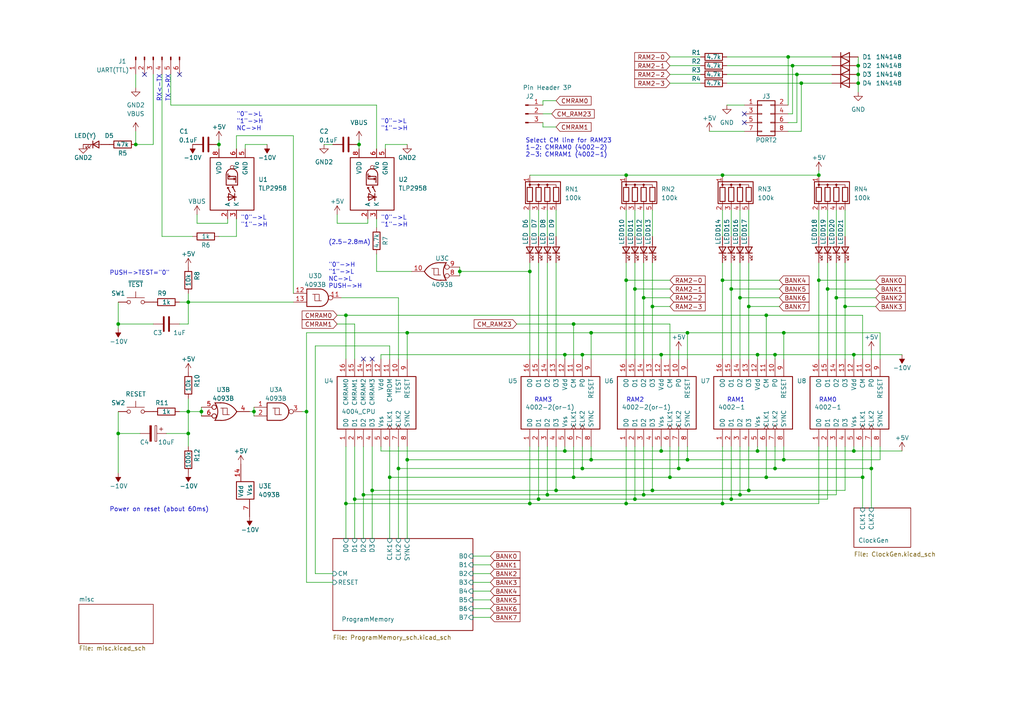
<source format=kicad_sch>
(kicad_sch (version 20230121) (generator eeschema)
  (paper "A4")
  (title_block (title "MSC-4 test board (test4004)") (date "2023-04-05") (rev "2.1") (company "MukaiLab") (comment 1 "The second version for making PCB"))
  (lib_symbols
    (symbol "000_MyLibrary:1N4148" (pin_numbers hide) (pin_names hide)
      (property "Reference" "D" (at 0 2.54 0))
      (property "Value" "1N4148" (at 0 -2.54 0))
      (symbol "1N4148_1_1"
        (pin passive line (at -3.81 0 0) (length 2.54) (name "K") (number "1"))
        (pin passive line (at 3.81 0 180) (length 2.54) (name "A") (number "2"))
      )
    )
    (symbol "000_MyLibrary:4002_RAM"
      (property "Reference" "U" (at -6.35 13.97 0))
      (property "Value" "4002_RAM" (at 0 11.43 0))
      (symbol "4002_RAM_1_0"
        (pin bidirectional line (at -12.7 7.62 0) (length 5.08) (name "D0") (number "1"))
        (pin input line (at 12.7 -7.62 180) (length 5.08) (name "P0") (number "10"))
        (pin input line (at 12.7 -5.08 180) (length 5.08) (name "CM") (number "11"))
        (pin power_in line (at 12.7 -2.54 180) (length 5.08) (name "Vdd") (number "12"))
        (pin output line (at 12.7 0 180) (length 5.08) (name "O3") (number "13"))
        (pin output line (at 12.7 2.54 180) (length 5.08) (name "O2") (number "14"))
        (pin output line (at 12.7 5.08 180) (length 5.08) (name "O1") (number "15"))
        (pin output line (at 12.7 7.62 180) (length 5.08) (name "O0") (number "16"))
        (pin bidirectional line (at -12.7 5.08 0) (length 5.08) (name "D1") (number "2"))
        (pin bidirectional line (at -12.7 2.54 0) (length 5.08) (name "D2") (number "3"))
        (pin bidirectional line (at -12.7 0 0) (length 5.08) (name "D3") (number "4"))
        (pin power_in line (at -12.7 -2.54 0) (length 5.08) (name "Vss") (number "5"))
        (pin input clock (at -12.7 -5.08 0) (length 5.08) (name "CLK1") (number "6"))
        (pin input clock (at -12.7 -7.62 0) (length 5.08) (name "CLK2") (number "7"))
        (pin input line (at -12.7 -10.16 0) (length 5.08) (name "SYNC") (number "8"))
        (pin input line (at 12.7 -10.16 180) (length 5.08) (name "RESET") (number "9"))
      )
    )
    (symbol "000_MyLibrary:4004_CPU"
      (property "Reference" "U" (at -7.62 13.97 0))
      (property "Value" "4004_CPU" (at 0 11.43 0))
      (symbol "4004_CPU_1_0"
        (pin bidirectional line (at -12.7 7.62 0) (length 5.08) (name "D0") (number "1"))
        (pin input line (at 12.7 -7.62 180) (length 5.08) (name "TEST") (number "10"))
        (pin output line (at 12.7 -5.08 180) (length 5.08) (name "CMROM") (number "11"))
        (pin power_in line (at 12.7 -2.54 180) (length 5.08) (name "Vdd") (number "12"))
        (pin output line (at 12.7 0 180) (length 5.08) (name "CMRAM3") (number "13"))
        (pin output line (at 12.7 2.54 180) (length 5.08) (name "CMRAM2") (number "14"))
        (pin output line (at 12.7 5.08 180) (length 5.08) (name "CMRAM1") (number "15"))
        (pin output line (at 12.7 7.62 180) (length 5.08) (name "CMRAM0") (number "16"))
        (pin bidirectional line (at -12.7 5.08 0) (length 5.08) (name "D1") (number "2"))
        (pin bidirectional line (at -12.7 2.54 0) (length 5.08) (name "D2") (number "3"))
        (pin bidirectional line (at -12.7 0 0) (length 5.08) (name "D3") (number "4"))
        (pin power_in line (at -12.7 -2.54 0) (length 5.08) (name "Vss") (number "5"))
        (pin input clock (at -12.7 -5.08 0) (length 5.08) (name "CLK1") (number "6"))
        (pin input clock (at -12.7 -7.62 0) (length 5.08) (name "CLK2") (number "7"))
        (pin output line (at -12.7 -10.16 0) (length 5.08) (name "SYNC") (number "8"))
        (pin input line (at 12.7 -10.16 180) (length 5.08) (name "RESET") (number "9"))
      )
    )
    (symbol "000_MyLibrary:4093B" (pin_names (offset 1.016))
      (property "Reference" "U" (at -1.27 6.35 0))
      (property "Value" "4093B" (at 1.27 3.81 0))
      (symbol "4093B_1_1"
        (pin input line (at -7.62 1.27 0) (length 3.81) (name "~") (number "1"))
        (pin input line (at -7.62 -1.27 0) (length 3.81) (name "~") (number "2"))
        (pin output inverted (at 6.35 0 180) (length 3.81) (name "~") (number "3"))
      )
      (symbol "4093B_1_2"
        (pin input inverted (at -7.62 1.27 0) (length 4.318) (name "~") (number "1"))
        (pin input inverted (at -7.62 -1.27 0) (length 4.318) (name "~") (number "2"))
        (pin output line (at 6.35 0 180) (length 3.81) (name "~") (number "3"))
      )
      (symbol "4093B_2_1"
        (pin output inverted (at 6.35 0 180) (length 3.81) (name "~") (number "4"))
        (pin input line (at -7.62 1.27 0) (length 3.81) (name "~") (number "5"))
        (pin input line (at -7.62 -1.27 0) (length 3.81) (name "~") (number "6"))
      )
      (symbol "4093B_2_2"
        (pin output line (at 6.35 0 180) (length 3.81) (name "~") (number "4"))
        (pin input inverted (at -7.62 1.27 0) (length 4.318) (name "~") (number "5"))
        (pin input inverted (at -7.62 -1.27 0) (length 4.318) (name "~") (number "6"))
      )
      (symbol "4093B_3_1"
        (pin output inverted (at 6.35 0 180) (length 3.81) (name "~") (number "10"))
        (pin input line (at -7.62 1.27 0) (length 3.81) (name "~") (number "8"))
        (pin input line (at -7.62 -1.27 0) (length 3.81) (name "~") (number "9"))
      )
      (symbol "4093B_3_2"
        (pin output line (at 6.35 0 180) (length 3.81) (name "~") (number "10"))
        (pin input inverted (at -7.62 1.27 0) (length 4.318) (name "~") (number "8"))
        (pin input inverted (at -7.62 -1.27 0) (length 4.318) (name "~") (number "9"))
      )
      (symbol "4093B_4_1"
        (pin output inverted (at 6.35 0 180) (length 3.81) (name "~") (number "11"))
        (pin input line (at -7.62 1.27 0) (length 3.81) (name "~") (number "12"))
        (pin input line (at -7.62 -1.27 0) (length 3.81) (name "~") (number "13"))
      )
      (symbol "4093B_4_2"
        (pin output line (at 6.35 0 180) (length 3.81) (name "~") (number "11"))
        (pin input inverted (at -7.62 1.27 0) (length 4.318) (name "~") (number "12"))
        (pin input inverted (at -7.62 -1.27 0) (length 4.318) (name "~") (number "13"))
      )
      (symbol "4093B_5_0"
        (pin power_in line (at -1.27 7.62 270) (length 5.08) (name "Vdd") (number "14"))
        (pin power_in line (at 1.27 -7.62 90) (length 5.08) (name "Vss") (number "7"))
      )
    )
    (symbol "000_MyLibrary:C" (pin_numbers hide) (pin_names (offset 0.254))
      (property "Reference" "C" (at 0.635 2.54 0))
      (property "Value" "C" (at 0.635 -2.54 0))
      (symbol "C_1_1"
        (pin passive line (at 0 3.81 270) (length 2.794) (name "~") (number "1"))
        (pin passive line (at 0 -3.81 90) (length 2.794) (name "~") (number "2"))
      )
    )
    (symbol "000_MyLibrary:C_Polarized" (pin_numbers hide) (pin_names (offset 0.254))
      (property "Reference" "C" (at 0.635 2.54 0))
      (property "Value" "C_Polarized" (at 0.635 -2.54 0))
      (symbol "C_Polarized_1_1"
        (pin passive line (at 0 3.81 270) (length 2.794) (name "~") (number "1"))
        (pin passive line (at 0 -3.81 90) (length 2.794) (name "~") (number "2"))
      )
    )
    (symbol "000_MyLibrary:Conn_01x03_Male" (pin_names (offset 1.016) hide)
      (property "Reference" "J" (at 0 5.08 0))
      (property "Value" "Conn_01x03_Male" (at 0 -5.08 0))
      (symbol "Conn_01x03_Male_1_1"
        (pin passive line (at 5.08 2.54 180) (length 3.81) (name "Pin_1") (number "1"))
        (pin passive line (at 5.08 0 180) (length 3.81) (name "Pin_2") (number "2"))
        (pin passive line (at 5.08 -2.54 180) (length 3.81) (name "Pin_3") (number "3"))
      )
    )
    (symbol "000_MyLibrary:Conn_01x06_Pin" (pin_names (offset 1.016) hide)
      (property "Reference" "J" (at 0 7.62 0))
      (property "Value" "Conn_01x06_Pin" (at 0 -10.16 0))
      (symbol "Conn_01x06_Pin_1_1"
        (pin passive line (at 5.08 5.08 180) (length 3.81) (name "Pin_1") (number "1"))
        (pin passive line (at 5.08 2.54 180) (length 3.81) (name "Pin_2") (number "2"))
        (pin passive line (at 5.08 0 180) (length 3.81) (name "Pin_3") (number "3"))
        (pin passive line (at 5.08 -2.54 180) (length 3.81) (name "Pin_4") (number "4"))
        (pin passive line (at 5.08 -5.08 180) (length 3.81) (name "Pin_5") (number "5"))
        (pin passive line (at 5.08 -7.62 180) (length 3.81) (name "Pin_6") (number "6"))
      )
    )
    (symbol "000_MyLibrary:Conn_02x04_Odd_Even" (pin_names (offset 1.016) hide)
      (property "Reference" "J" (at 1.27 5.08 0))
      (property "Value" "Conn_02x04_Odd_Even" (at 1.27 -7.62 0))
      (symbol "Conn_02x04_Odd_Even_1_1"
        (pin passive line (at -5.08 2.54 0) (length 3.81) (name "Pin_1") (number "1"))
        (pin passive line (at 7.62 2.54 180) (length 3.81) (name "Pin_2") (number "2"))
        (pin passive line (at -5.08 0 0) (length 3.81) (name "Pin_3") (number "3"))
        (pin passive line (at 7.62 0 180) (length 3.81) (name "Pin_4") (number "4"))
        (pin passive line (at -5.08 -2.54 0) (length 3.81) (name "Pin_5") (number "5"))
        (pin passive line (at 7.62 -2.54 180) (length 3.81) (name "Pin_6") (number "6"))
        (pin passive line (at -5.08 -5.08 0) (length 3.81) (name "Pin_7") (number "7"))
        (pin passive line (at 7.62 -5.08 180) (length 3.81) (name "Pin_8") (number "8"))
      )
    )
    (symbol "000_MyLibrary:LED" (pin_numbers hide) (pin_names (offset 1.016) hide)
      (property "Reference" "D" (at 0.254 2.54 0))
      (property "Value" "LED" (at 0.254 -2.54 0))
      (symbol "LED_1_1"
        (pin passive line (at -3.81 0 0) (length 2.54) (name "K") (number "1"))
        (pin passive line (at 3.81 0 180) (length 2.54) (name "A") (number "2"))
      )
    )
    (symbol "000_MyLibrary:R" (pin_numbers hide) (pin_names (offset 0))
      (property "Reference" "R" (at 2.032 0 90))
      (property "Value" "R" (at 0 0 90))
      (symbol "R_1_1"
        (pin passive line (at 0 3.81 270) (length 1.27) (name "~") (number "1"))
        (pin passive line (at 0 -3.81 90) (length 1.27) (name "~") (number "2"))
      )
    )
    (symbol "000_MyLibrary:R_Network04" (pin_names (offset 0) hide)
      (property "Reference" "RN" (at -7.62 0 90))
      (property "Value" "R_Network04" (at 5.08 0 90))
      (symbol "R_Network04_1_1"
        (pin passive line (at -5.08 5.08 270) (length 2.54) (name "common") (number "1"))
        (pin passive line (at -5.08 -5.08 90) (length 1.27) (name "R1") (number "2"))
        (pin passive line (at -2.54 -5.08 90) (length 1.27) (name "R2") (number "3"))
        (pin passive line (at 0 -5.08 90) (length 1.27) (name "R3") (number "4"))
        (pin passive line (at 2.54 -5.08 90) (length 1.27) (name "R4") (number "5"))
      )
    )
    (symbol "000_MyLibrary:SW_Push" (pin_numbers hide) (pin_names (offset 1.016) hide)
      (property "Reference" "SW" (at 1.27 2.54 0))
      (property "Value" "SW_Push" (at 0 -1.524 0))
      (symbol "SW_Push_0_1"
        (pin passive line (at -5.08 0 0) (length 2.54) (name "1") (number "1"))
        (pin passive line (at 5.08 0 180) (length 2.54) (name "2") (number "2"))
      )
    )
    (symbol "000_MyLibrary:TLP2958" (pin_names (offset 1.016))
      (property "Reference" "U" (at -6.35 8.89 0))
      (property "Value" "TLP2958" (at 3.81 8.89 0))
      (symbol "TLP2958_1_1"
        (pin no_connect line (at -10.16 5.08 0) (length 2.54) hide (name "NC") (number "1"))
        (pin passive line (at -10.16 2.54 0) (length 2.54) (name "A") (number "2"))
        (pin passive line (at -10.16 0 0) (length 2.54) (name "K") (number "3"))
        (pin no_connect line (at -10.16 -2.54 0) (length 2.54) hide (name "NC") (number "4"))
        (pin power_in line (at 10.16 -2.54 180) (length 2.54) (name "GND") (number "5"))
        (pin output line (at 10.16 0 180) (length 2.54) (name "Vo") (number "6"))
        (pin no_connect line (at 10.16 2.54 180) (length 2.54) hide (name "NC") (number "7"))
        (pin power_in line (at 10.16 5.08 180) (length 2.54) (name "VDD") (number "8"))
      )
    )
    (symbol "power:+5V" (power) (pin_names (offset 0))
      (property "Value" "+5V" (at 0 3.556 0))
      (symbol "+5V_1_1"
        (pin power_in line (at 0 0 90) (length 0) hide (name "+5V") (number "1"))
      )
    )
    (symbol "power:-10V" (power) (pin_names (offset 0))
      (property "Value" "-10V" (at 0 3.81 0))
      (symbol "-10V_0_0"
        (pin power_in line (at 0 0 90) (length 0) hide (name "-10V") (number "1"))
      )
    )
    (symbol "power:GND" (power) (pin_names (offset 0))
      (property "Value" "GND" (at 0 -3.81 0))
      (symbol "GND_1_1"
        (pin power_in line (at 0 0 270) (length 0) hide (name "GND") (number "1"))
      )
    )
    (symbol "power:GND2" (power) (pin_names (offset 0))
      (property "Value" "GND2" (at 0 -3.81 0))
      (symbol "GND2_1_1"
        (pin power_in line (at 0 0 270) (length 0) hide (name "GND2") (number "1"))
      )
    )
    (symbol "power:VBUS" (power) (pin_names (offset 0))
      (property "Value" "VBUS" (at 0 3.81 0))
      (symbol "VBUS_1_1"
        (pin power_in line (at 0 0 90) (length 0) hide (name "VBUS") (number "1"))
      )
    )
  )
  (junction (at 224.79 102.87))
  (junction (at 168.91 102.87))
  (junction (at 250.19 138.43))
  (junction (at 247.65 102.87))
  (junction (at 54.61 87.63))
  (junction (at 163.83 130.81))
  (junction (at 171.45 96.52))
  (junction (at 186.69 86.36))
  (junction (at 166.37 93.98))
  (junction (at 199.39 133.35))
  (junction (at 181.61 50.8))
  (junction (at 107.95 142.24))
  (junction (at 184.15 83.82))
  (junction (at 196.85 135.89))
  (junction (at 240.03 83.82))
  (junction (at 248.92 19.05))
  (junction (at 186.69 143.51))
  (junction (at 113.03 138.43))
  (junction (at 212.09 144.78))
  (junction (at 171.45 133.35))
  (junction (at 245.11 88.9))
  (junction (at 105.41 143.51))
  (junction (at 252.73 135.89))
  (junction (at 228.6 16.51))
  (junction (at 166.37 138.43))
  (junction (at 54.61 125.73))
  (junction (at 88.9 119.38))
  (junction (at 54.61 119.38))
  (junction (at 227.33 96.52))
  (junction (at 100.33 146.05))
  (junction (at 184.15 144.78))
  (junction (at 158.75 143.51))
  (junction (at 242.57 86.36))
  (junction (at 248.92 21.59))
  (junction (at 118.11 133.35))
  (junction (at 219.71 130.81))
  (junction (at 58.42 119.38))
  (junction (at 73.66 119.38))
  (junction (at 217.17 88.9))
  (junction (at 194.31 138.43))
  (junction (at 248.92 24.13))
  (junction (at 102.87 144.78))
  (junction (at 104.14 41.91))
  (junction (at 231.14 21.59))
  (junction (at 222.25 91.44))
  (junction (at 191.77 102.87))
  (junction (at 153.67 78.74))
  (junction (at 209.55 50.8))
  (junction (at 34.29 125.73))
  (junction (at 189.23 88.9))
  (junction (at 168.91 135.89))
  (junction (at 191.77 130.81))
  (junction (at 163.83 102.87))
  (junction (at 153.67 146.05))
  (junction (at 217.17 142.24))
  (junction (at 115.57 135.89))
  (junction (at 156.21 144.78))
  (junction (at 133.35 78.74))
  (junction (at 227.33 133.35))
  (junction (at 219.71 102.87))
  (junction (at 237.49 50.8))
  (junction (at 222.25 138.43))
  (junction (at 161.29 142.24))
  (junction (at 212.09 83.82))
  (junction (at 63.5 41.91))
  (junction (at 229.87 19.05))
  (junction (at 224.79 135.89))
  (junction (at 209.55 81.28))
  (junction (at 232.41 24.13))
  (junction (at 39.37 41.91))
  (junction (at 199.39 96.52))
  (junction (at 100.33 91.44))
  (junction (at 189.23 142.24))
  (junction (at 214.63 143.51))
  (junction (at 118.11 96.52))
  (junction (at 247.65 130.81))
  (junction (at 181.61 146.05))
  (junction (at 237.49 81.28))
  (junction (at 34.29 93.98))
  (junction (at 209.55 146.05))
  (junction (at 214.63 86.36))
  (junction (at 181.61 81.28))
  (no_connect (at 215.9 33.02))
  (no_connect (at 215.9 35.56))
  (no_connect (at 105.41 104.14))
  (no_connect (at 41.91 21.59))
  (no_connect (at 52.07 21.59))
  (no_connect (at 107.95 104.14))
  (wire (pts (xy 184.15 129.54) (xy 184.15 144.78)))
  (wire (pts (xy 106.68 64.77) (xy 106.68 63.5)))
  (wire (pts (xy 184.15 83.82) (xy 184.15 104.14)))
  (wire (pts (xy 161.29 76.2) (xy 161.29 104.14)))
  (wire (pts (xy 209.55 60.96) (xy 209.55 68.58)))
  (wire (pts (xy 107.95 142.24) (xy 161.29 142.24)))
  (wire (pts (xy 229.87 19.05) (xy 241.3 19.05)))
  (wire (pts (xy 224.79 129.54) (xy 224.79 135.89)))
  (wire (pts (xy 113.03 104.14) (xy 113.03 100.33)))
  (wire (pts (xy 191.77 130.81) (xy 219.71 130.81)))
  (wire (pts (xy 242.57 129.54) (xy 242.57 143.51)))
  (wire (pts (xy 181.61 50.8) (xy 209.55 50.8)))
  (wire (pts (xy 111.76 41.91) (xy 118.11 41.91)))
  (wire (pts (xy 194.31 86.36) (xy 186.69 86.36)))
  (wire (pts (xy 214.63 60.96) (xy 214.63 68.58)))
  (wire (pts (xy 107.95 129.54) (xy 107.95 142.24)))
  (wire (pts (xy 214.63 76.2) (xy 214.63 86.36)))
  (wire (pts (xy 109.22 78.74) (xy 119.38 78.74)))
  (wire (pts (xy 250.19 138.43) (xy 250.19 147.32)))
  (wire (pts (xy 212.09 83.82) (xy 226.06 83.82)))
  (wire (pts (xy 137.16 163.83) (xy 142.24 163.83)))
  (wire (pts (xy 237.49 60.96) (xy 237.49 68.58)))
  (wire (pts (xy 115.57 135.89) (xy 115.57 156.21)))
  (wire (pts (xy 237.49 129.54) (xy 237.49 146.05)))
  (wire (pts (xy 228.6 35.56) (xy 231.14 35.56)))
  (wire (pts (xy 247.65 102.87) (xy 261.62 102.87)))
  (wire (pts (xy 166.37 129.54) (xy 166.37 138.43)))
  (wire (pts (xy 237.49 81.28) (xy 237.49 104.14)))
  (wire (pts (xy 57.15 64.77) (xy 66.04 64.77)))
  (wire (pts (xy 196.85 129.54) (xy 196.85 135.89)))
  (wire (pts (xy 110.49 102.87) (xy 110.49 104.14)))
  (wire (pts (xy 99.06 86.36) (xy 115.57 86.36)))
  (wire (pts (xy 58.42 119.38) (xy 58.42 120.65)))
  (wire (pts (xy 118.11 96.52) (xy 171.45 96.52)))
  (wire (pts (xy 166.37 138.43) (xy 194.31 138.43)))
  (wire (pts (xy 68.58 39.37) (xy 68.58 43.18)))
  (wire (pts (xy 109.22 63.5) (xy 109.22 66.04)))
  (wire (pts (xy 191.77 129.54) (xy 191.77 130.81)))
  (wire (pts (xy 133.35 77.47) (xy 133.35 78.74)))
  (wire (pts (xy 161.29 129.54) (xy 161.29 142.24)))
  (wire (pts (xy 85.09 39.37) (xy 85.09 85.09)))
  (wire (pts (xy 240.03 83.82) (xy 240.03 104.14)))
  (wire (pts (xy 96.52 41.91) (xy 93.98 41.91)))
  (wire (pts (xy 88.9 119.38) (xy 88.9 168.91)))
  (wire (pts (xy 222.25 138.43) (xy 250.19 138.43)))
  (wire (pts (xy 240.03 129.54) (xy 240.03 144.78)))
  (wire (pts (xy 153.67 129.54) (xy 153.67 146.05)))
  (wire (pts (xy 153.67 50.8) (xy 181.61 50.8)))
  (wire (pts (xy 153.67 78.74) (xy 153.67 104.14)))
  (wire (pts (xy 168.91 102.87) (xy 168.91 104.14)))
  (wire (pts (xy 194.31 93.98) (xy 194.31 104.14)))
  (wire (pts (xy 34.29 125.73) (xy 40.64 125.73)))
  (wire (pts (xy 137.16 173.99) (xy 142.24 173.99)))
  (wire (pts (xy 209.55 81.28) (xy 226.06 81.28)))
  (wire (pts (xy 240.03 76.2) (xy 240.03 83.82)))
  (wire (pts (xy 54.61 87.63) (xy 85.09 87.63)))
  (wire (pts (xy 203.2 24.13) (xy 194.31 24.13)))
  (wire (pts (xy 52.07 87.63) (xy 54.61 87.63)))
  (wire (pts (xy 137.16 161.29) (xy 142.24 161.29)))
  (wire (pts (xy 34.29 137.16) (xy 34.29 125.73)))
  (wire (pts (xy 157.48 30.48) (xy 157.48 29.21)))
  (wire (pts (xy 73.66 118.11) (xy 73.66 119.38)))
  (wire (pts (xy 109.22 73.66) (xy 109.22 78.74)))
  (wire (pts (xy 68.58 39.37) (xy 85.09 39.37)))
  (wire (pts (xy 252.73 129.54) (xy 252.73 135.89)))
  (wire (pts (xy 133.35 78.74) (xy 153.67 78.74)))
  (wire (pts (xy 212.09 129.54) (xy 212.09 144.78)))
  (wire (pts (xy 137.16 171.45) (xy 142.24 171.45)))
  (wire (pts (xy 153.67 76.2) (xy 153.67 78.74)))
  (wire (pts (xy 217.17 88.9) (xy 226.06 88.9)))
  (wire (pts (xy 68.58 63.5) (xy 68.58 68.58)))
  (wire (pts (xy 149.86 93.98) (xy 166.37 93.98)))
  (wire (pts (xy 109.22 30.48) (xy 109.22 43.18)))
  (wire (pts (xy 58.42 118.11) (xy 58.42 119.38)))
  (wire (pts (xy 250.19 129.54) (xy 250.19 138.43)))
  (wire (pts (xy 100.33 129.54) (xy 100.33 146.05)))
  (wire (pts (xy 250.19 91.44) (xy 222.25 91.44)))
  (wire (pts (xy 203.2 19.05) (xy 194.31 19.05)))
  (wire (pts (xy 72.39 119.38) (xy 73.66 119.38)))
  (wire (pts (xy 158.75 129.54) (xy 158.75 143.51)))
  (wire (pts (xy 168.91 129.54) (xy 168.91 135.89)))
  (wire (pts (xy 100.33 91.44) (xy 222.25 91.44)))
  (wire (pts (xy 153.67 146.05) (xy 181.61 146.05)))
  (wire (pts (xy 97.79 91.44) (xy 100.33 91.44)))
  (wire (pts (xy 181.61 81.28) (xy 194.31 81.28)))
  (wire (pts (xy 224.79 102.87) (xy 224.79 104.14)))
  (wire (pts (xy 199.39 96.52) (xy 199.39 104.14)))
  (wire (pts (xy 229.87 33.02) (xy 229.87 19.05)))
  (wire (pts (xy 189.23 129.54) (xy 189.23 142.24)))
  (wire (pts (xy 196.85 135.89) (xy 224.79 135.89)))
  (wire (pts (xy 166.37 93.98) (xy 194.31 93.98)))
  (wire (pts (xy 171.45 96.52) (xy 199.39 96.52)))
  (wire (pts (xy 203.2 16.51) (xy 194.31 16.51)))
  (wire (pts (xy 210.82 30.48) (xy 215.9 30.48)))
  (wire (pts (xy 217.17 129.54) (xy 217.17 142.24)))
  (wire (pts (xy 39.37 41.91) (xy 44.45 41.91)))
  (wire (pts (xy 184.15 76.2) (xy 184.15 83.82)))
  (wire (pts (xy 186.69 76.2) (xy 186.69 86.36)))
  (wire (pts (xy 54.61 125.73) (xy 54.61 119.38)))
  (wire (pts (xy 158.75 143.51) (xy 186.69 143.51)))
  (wire (pts (xy 219.71 102.87) (xy 219.71 104.14)))
  (wire (pts (xy 240.03 83.82) (xy 254 83.82)))
  (wire (pts (xy 91.44 166.37) (xy 96.52 166.37)))
  (wire (pts (xy 222.25 91.44) (xy 222.25 104.14)))
  (wire (pts (xy 100.33 146.05) (xy 100.33 156.21)))
  (wire (pts (xy 54.61 93.98) (xy 54.61 87.63)))
  (wire (pts (xy 46.99 21.59) (xy 46.99 68.58)))
  (wire (pts (xy 133.35 78.74) (xy 133.35 80.01)))
  (wire (pts (xy 224.79 102.87) (xy 247.65 102.87)))
  (wire (pts (xy 232.41 24.13) (xy 241.3 24.13)))
  (wire (pts (xy 100.33 91.44) (xy 100.33 104.14)))
  (wire (pts (xy 228.6 16.51) (xy 228.6 30.48)))
  (wire (pts (xy 71.12 41.91) (xy 71.12 43.18)))
  (wire (pts (xy 156.21 60.96) (xy 156.21 68.58)))
  (wire (pts (xy 161.29 60.96) (xy 161.29 68.58)))
  (wire (pts (xy 48.26 125.73) (xy 54.61 125.73)))
  (wire (pts (xy 39.37 21.59) (xy 39.37 25.4)))
  (wire (pts (xy 113.03 138.43) (xy 166.37 138.43)))
  (wire (pts (xy 156.21 76.2) (xy 156.21 104.14)))
  (wire (pts (xy 212.09 60.96) (xy 212.09 68.58)))
  (wire (pts (xy 228.6 33.02) (xy 229.87 33.02)))
  (wire (pts (xy 158.75 60.96) (xy 158.75 68.58)))
  (wire (pts (xy 191.77 102.87) (xy 191.77 104.14)))
  (wire (pts (xy 219.71 129.54) (xy 219.71 130.81)))
  (wire (pts (xy 245.11 76.2) (xy 245.11 88.9)))
  (wire (pts (xy 161.29 142.24) (xy 189.23 142.24)))
  (wire (pts (xy 227.33 96.52) (xy 255.27 96.52)))
  (wire (pts (xy 181.61 60.96) (xy 181.61 68.58)))
  (wire (pts (xy 217.17 142.24) (xy 245.11 142.24)))
  (wire (pts (xy 181.61 81.28) (xy 181.61 104.14)))
  (wire (pts (xy 214.63 86.36) (xy 226.06 86.36)))
  (wire (pts (xy 184.15 60.96) (xy 184.15 68.58)))
  (wire (pts (xy 44.45 21.59) (xy 44.45 41.91)))
  (wire (pts (xy 88.9 96.52) (xy 88.9 119.38)))
  (wire (pts (xy 245.11 129.54) (xy 245.11 142.24)))
  (wire (pts (xy 212.09 76.2) (xy 212.09 83.82)))
  (wire (pts (xy 242.57 60.96) (xy 242.57 68.58)))
  (wire (pts (xy 189.23 142.24) (xy 217.17 142.24)))
  (wire (pts (xy 156.21 144.78) (xy 184.15 144.78)))
  (wire (pts (xy 227.33 133.35) (xy 255.27 133.35)))
  (wire (pts (xy 97.79 93.98) (xy 102.87 93.98)))
  (wire (pts (xy 199.39 96.52) (xy 227.33 96.52)))
  (wire (pts (xy 113.03 138.43) (xy 113.03 156.21)))
  (wire (pts (xy 171.45 96.52) (xy 171.45 104.14)))
  (wire (pts (xy 242.57 76.2) (xy 242.57 86.36)))
  (wire (pts (xy 100.33 146.05) (xy 153.67 146.05)))
  (wire (pts (xy 54.61 119.38) (xy 58.42 119.38)))
  (wire (pts (xy 212.09 83.82) (xy 212.09 104.14)))
  (wire (pts (xy 210.82 21.59) (xy 231.14 21.59)))
  (wire (pts (xy 231.14 35.56) (xy 231.14 21.59)))
  (wire (pts (xy 240.03 60.96) (xy 240.03 68.58)))
  (wire (pts (xy 88.9 96.52) (xy 118.11 96.52)))
  (wire (pts (xy 102.87 129.54) (xy 102.87 144.78)))
  (wire (pts (xy 186.69 129.54) (xy 186.69 143.51)))
  (wire (pts (xy 199.39 133.35) (xy 227.33 133.35)))
  (wire (pts (xy 184.15 83.82) (xy 194.31 83.82)))
  (wire (pts (xy 255.27 96.52) (xy 255.27 104.14)))
  (wire (pts (xy 88.9 168.91) (xy 96.52 168.91)))
  (wire (pts (xy 247.65 129.54) (xy 247.65 130.81)))
  (wire (pts (xy 194.31 138.43) (xy 222.25 138.43)))
  (wire (pts (xy 181.61 76.2) (xy 181.61 81.28)))
  (wire (pts (xy 210.82 16.51) (xy 228.6 16.51)))
  (wire (pts (xy 102.87 144.78) (xy 102.87 156.21)))
  (wire (pts (xy 66.04 64.77) (xy 66.04 63.5)))
  (wire (pts (xy 214.63 86.36) (xy 214.63 104.14)))
  (wire (pts (xy 224.79 135.89) (xy 252.73 135.89)))
  (wire (pts (xy 163.83 102.87) (xy 163.83 104.14)))
  (wire (pts (xy 118.11 133.35) (xy 118.11 156.21)))
  (wire (pts (xy 73.66 119.38) (xy 73.66 120.65)))
  (wire (pts (xy 54.61 85.09) (xy 54.61 87.63)))
  (wire (pts (xy 255.27 129.54) (xy 255.27 133.35)))
  (wire (pts (xy 105.41 143.51) (xy 158.75 143.51)))
  (wire (pts (xy 54.61 129.54) (xy 54.61 125.73)))
  (wire (pts (xy 68.58 68.58) (xy 63.5 68.58)))
  (wire (pts (xy 39.37 38.1) (xy 39.37 41.91)))
  (wire (pts (xy 34.29 93.98) (xy 34.29 95.25)))
  (wire (pts (xy 247.65 130.81) (xy 261.62 130.81)))
  (wire (pts (xy 34.29 93.98) (xy 44.45 93.98)))
  (wire (pts (xy 237.49 76.2) (xy 237.49 81.28)))
  (wire (pts (xy 63.5 40.64) (xy 63.5 41.91)))
  (wire (pts (xy 214.63 129.54) (xy 214.63 143.51)))
  (wire (pts (xy 248.92 21.59) (xy 248.92 24.13)))
  (wire (pts (xy 137.16 166.37) (xy 142.24 166.37)))
  (wire (pts (xy 248.92 19.05) (xy 248.92 16.51)))
  (wire (pts (xy 252.73 101.6) (xy 252.73 104.14)))
  (wire (pts (xy 63.5 41.91) (xy 63.5 43.18)))
  (wire (pts (xy 104.14 41.91) (xy 104.14 43.18)))
  (wire (pts (xy 186.69 60.96) (xy 186.69 68.58)))
  (wire (pts (xy 245.11 88.9) (xy 254 88.9)))
  (wire (pts (xy 137.16 179.07) (xy 142.24 179.07)))
  (wire (pts (xy 228.6 16.51) (xy 241.3 16.51)))
  (wire (pts (xy 54.61 115.57) (xy 54.61 119.38)))
  (wire (pts (xy 157.48 33.02) (xy 160.02 33.02)))
  (wire (pts (xy 49.53 21.59) (xy 49.53 30.48)))
  (wire (pts (xy 189.23 76.2) (xy 189.23 88.9)))
  (wire (pts (xy 189.23 60.96) (xy 189.23 68.58)))
  (wire (pts (xy 118.11 129.54) (xy 118.11 133.35)))
  (wire (pts (xy 231.14 21.59) (xy 241.3 21.59)))
  (wire (pts (xy 49.53 30.48) (xy 109.22 30.48)))
  (wire (pts (xy 228.6 38.1) (xy 232.41 38.1)))
  (wire (pts (xy 157.48 36.83) (xy 161.29 36.83)))
  (wire (pts (xy 52.07 119.38) (xy 54.61 119.38)))
  (wire (pts (xy 205.74 38.1) (xy 215.9 38.1)))
  (wire (pts (xy 157.48 29.21) (xy 161.29 29.21)))
  (wire (pts (xy 186.69 143.51) (xy 214.63 143.51)))
  (wire (pts (xy 209.55 50.8) (xy 237.49 50.8)))
  (wire (pts (xy 137.16 168.91) (xy 142.24 168.91)))
  (wire (pts (xy 219.71 102.87) (xy 224.79 102.87)))
  (wire (pts (xy 209.55 146.05) (xy 237.49 146.05)))
  (wire (pts (xy 156.21 129.54) (xy 156.21 144.78)))
  (wire (pts (xy 248.92 21.59) (xy 248.92 19.05)))
  (wire (pts (xy 189.23 88.9) (xy 194.31 88.9)))
  (wire (pts (xy 171.45 129.54) (xy 171.45 133.35)))
  (wire (pts (xy 113.03 129.54) (xy 113.03 138.43)))
  (wire (pts (xy 227.33 129.54) (xy 227.33 133.35)))
  (wire (pts (xy 110.49 129.54) (xy 110.49 130.81)))
  (wire (pts (xy 210.82 19.05) (xy 229.87 19.05)))
  (wire (pts (xy 171.45 133.35) (xy 199.39 133.35)))
  (wire (pts (xy 115.57 86.36) (xy 115.57 104.14)))
  (wire (pts (xy 209.55 76.2) (xy 209.55 81.28)))
  (wire (pts (xy 166.37 93.98) (xy 166.37 104.14)))
  (wire (pts (xy 222.25 129.54) (xy 222.25 138.43)))
  (wire (pts (xy 247.65 104.14) (xy 247.65 102.87)))
  (wire (pts (xy 191.77 102.87) (xy 219.71 102.87)))
  (wire (pts (xy 97.79 64.77) (xy 106.68 64.77)))
  (wire (pts (xy 115.57 129.54) (xy 115.57 135.89)))
  (wire (pts (xy 102.87 144.78) (xy 156.21 144.78)))
  (wire (pts (xy 163.83 130.81) (xy 191.77 130.81)))
  (wire (pts (xy 245.11 88.9) (xy 245.11 104.14)))
  (wire (pts (xy 203.2 21.59) (xy 194.31 21.59)))
  (wire (pts (xy 102.87 93.98) (xy 102.87 104.14)))
  (wire (pts (xy 163.83 102.87) (xy 168.91 102.87)))
  (wire (pts (xy 209.55 129.54) (xy 209.55 146.05)))
  (wire (pts (xy 209.55 81.28) (xy 209.55 104.14)))
  (wire (pts (xy 196.85 101.6) (xy 196.85 104.14)))
  (wire (pts (xy 252.73 135.89) (xy 252.73 147.32)))
  (wire (pts (xy 110.49 102.87) (xy 163.83 102.87)))
  (wire (pts (xy 71.12 41.91) (xy 77.47 41.91)))
  (wire (pts (xy 210.82 24.13) (xy 232.41 24.13)))
  (wire (pts (xy 212.09 144.78) (xy 240.03 144.78)))
  (wire (pts (xy 168.91 135.89) (xy 196.85 135.89)))
  (wire (pts (xy 107.95 142.24) (xy 107.95 156.21)))
  (wire (pts (xy 227.33 96.52) (xy 227.33 104.14)))
  (wire (pts (xy 52.07 93.98) (xy 54.61 93.98)))
  (wire (pts (xy 217.17 76.2) (xy 217.17 88.9)))
  (wire (pts (xy 118.11 133.35) (xy 171.45 133.35)))
  (wire (pts (xy 57.15 62.23) (xy 57.15 64.77)))
  (wire (pts (xy 214.63 143.51) (xy 242.57 143.51)))
  (wire (pts (xy 105.41 129.54) (xy 105.41 143.51)))
  (wire (pts (xy 242.57 86.36) (xy 242.57 104.14)))
  (wire (pts (xy 87.63 119.38) (xy 88.9 119.38)))
  (wire (pts (xy 232.41 38.1) (xy 232.41 24.13)))
  (wire (pts (xy 237.49 49.53) (xy 237.49 50.8)))
  (wire (pts (xy 237.49 81.28) (xy 254 81.28)))
  (wire (pts (xy 110.49 130.81) (xy 163.83 130.81)))
  (wire (pts (xy 181.61 146.05) (xy 209.55 146.05)))
  (wire (pts (xy 91.44 100.33) (xy 91.44 166.37)))
  (wire (pts (xy 189.23 88.9) (xy 189.23 104.14)))
  (wire (pts (xy 153.67 60.96) (xy 153.67 68.58)))
  (wire (pts (xy 157.48 35.56) (xy 157.48 36.83)))
  (wire (pts (xy 105.41 143.51) (xy 105.41 156.21)))
  (wire (pts (xy 113.03 100.33) (xy 91.44 100.33)))
  (wire (pts (xy 34.29 87.63) (xy 34.29 93.98)))
  (wire (pts (xy 250.19 104.14) (xy 250.19 91.44)))
  (wire (pts (xy 118.11 96.52) (xy 118.11 104.14)))
  (wire (pts (xy 163.83 129.54) (xy 163.83 130.81)))
  (wire (pts (xy 194.31 129.54) (xy 194.31 138.43)))
  (wire (pts (xy 104.14 40.64) (xy 104.14 41.91)))
  (wire (pts (xy 46.99 68.58) (xy 55.88 68.58)))
  (wire (pts (xy 111.76 41.91) (xy 111.76 43.18)))
  (wire (pts (xy 248.92 24.13) (xy 248.92 26.67)))
  (wire (pts (xy 158.75 76.2) (xy 158.75 104.14)))
  (wire (pts (xy 168.91 102.87) (xy 191.77 102.87)))
  (wire (pts (xy 186.69 86.36) (xy 186.69 104.14)))
  (wire (pts (xy 217.17 88.9) (xy 217.17 104.14)))
  (wire (pts (xy 137.16 176.53) (xy 142.24 176.53)))
  (wire (pts (xy 217.17 60.96) (xy 217.17 68.58)))
  (wire (pts (xy 181.61 129.54) (xy 181.61 146.05)))
  (wire (pts (xy 184.15 144.78) (xy 212.09 144.78)))
  (wire (pts (xy 97.79 62.23) (xy 97.79 64.77)))
  (wire (pts (xy 115.57 135.89) (xy 168.91 135.89)))
  (wire (pts (xy 34.29 119.38) (xy 34.29 125.73)))
  (wire (pts (xy 242.57 86.36) (xy 254 86.36)))
  (wire (pts (xy 219.71 130.81) (xy 247.65 130.81)))
  (wire (pts (xy 245.11 60.96) (xy 245.11 68.58)))
  (wire (pts (xy 199.39 129.54) (xy 199.39 133.35)))
  (text "TX->RX" (at 49.53 21.59 90) (effects (font (size 1.27 1.27)) (justify right bottom)))
  (text "RAM2" (at 181.61 116.84 0) (effects (font (size 1.27 1.27)) (justify left bottom)))
  (text "RAM3" (at 154.94 116.84 0) (effects (font (size 1.27 1.27)) (justify left bottom)))
  (text "RAM0" (at 237.49 116.84 0) (effects (font (size 1.27 1.27)) (justify left bottom)))
  (text "\"0\"->L\n\"1\"->H" (at 110.49 38.1 0) (effects (font (size 1.27 1.27)) (justify left bottom)))
  (text "PUSH->TEST=\"0\"" (at 31.75 80.01 0) (effects (font (size 1.27 1.27)) (justify left bottom)))
  (text "\"0\"->L\n\"1\"->H" (at 110.49 66.04 0) (effects (font (size 1.27 1.27)) (justify left bottom)))
  (text "Select CM line for RAM23\n1-2: CMRAM0 (4002-2)\n2-3: CMRAM1 (4002-1)" (at 152.4 45.72 0) (effects (font (size 1.27 1.27)) (justify left bottom)))
  (text "RX<-TX" (at 46.99 21.59 90) (effects (font (size 1.27 1.27)) (justify right bottom)))
  (text "Power on reset (about 60ms)" (at 31.75 148.59 0) (effects (font (size 1.27 1.27)) (justify left bottom)))
  (text "RAM1" (at 210.82 116.84 0) (effects (font (size 1.27 1.27)) (justify left bottom)))
  (text "\"0\"->L\n\"1\"->H" (at 69.85 66.04 0) (effects (font (size 1.27 1.27)) (justify left bottom)))
  (text "(2.5-2.8mA)" (at 95.25 71.12 0) (effects (font (size 1.27 1.27)) (justify left bottom)))
  (text "\"0\"->L\n\"1\"->H\nNC->H" (at 68.58 38.1 0) (effects (font (size 1.27 1.27)) (justify left bottom)))
  (text "\"0\"->H\n\"1\"->L\nNC->L\nPUSH->H" (at 95.25 83.82 0) (effects (font (size 1.27 1.27)) (justify left bottom)))
  (global_label "BANK3" (shape input) (at 142.24 168.91 0) (property "Intersheetrefs" "${INTERSHEET_REFS}" (effects hide)))
  (global_label "RAM2-1" (shape input) (at 194.31 19.05 180) (property "Intersheetrefs" "${INTERSHEET_REFS}" (effects hide)))
  (global_label "CM_RAM23" (shape input) (at 149.86 93.98 180) (property "Intersheetrefs" "${INTERSHEET_REFS}" (effects hide)))
  (global_label "BANK1" (shape input) (at 254 83.82 0) (property "Intersheetrefs" "${INTERSHEET_REFS}" (effects hide)))
  (global_label "RAM2-0" (shape input) (at 194.31 81.28 0) (property "Intersheetrefs" "${INTERSHEET_REFS}" (effects hide)))
  (global_label "RAM2-2" (shape input) (at 194.31 86.36 0) (property "Intersheetrefs" "${INTERSHEET_REFS}" (effects hide)))
  (global_label "BANK2" (shape input) (at 254 86.36 0) (property "Intersheetrefs" "${INTERSHEET_REFS}" (effects hide)))
  (global_label "RAM2-3" (shape input) (at 194.31 24.13 180) (property "Intersheetrefs" "${INTERSHEET_REFS}" (effects hide)))
  (global_label "BANK7" (shape input) (at 142.24 179.07 0) (property "Intersheetrefs" "${INTERSHEET_REFS}" (effects hide)))
  (global_label "CMRAM0" (shape input) (at 97.79 91.44 180) (property "Intersheetrefs" "${INTERSHEET_REFS}" (effects hide)))
  (global_label "BANK3" (shape input) (at 254 88.9 0) (property "Intersheetrefs" "${INTERSHEET_REFS}" (effects hide)))
  (global_label "BANK4" (shape input) (at 226.06 81.28 0) (property "Intersheetrefs" "${INTERSHEET_REFS}" (effects hide)))
  (global_label "RAM2-3" (shape input) (at 194.31 88.9 0) (property "Intersheetrefs" "${INTERSHEET_REFS}" (effects hide)))
  (global_label "BANK6" (shape input) (at 226.06 86.36 0) (property "Intersheetrefs" "${INTERSHEET_REFS}" (effects hide)))
  (global_label "RAM2-1" (shape input) (at 194.31 83.82 0) (property "Intersheetrefs" "${INTERSHEET_REFS}" (effects hide)))
  (global_label "BANK5" (shape input) (at 142.24 173.99 0) (property "Intersheetrefs" "${INTERSHEET_REFS}" (effects hide)))
  (global_label "CMRAM1" (shape input) (at 161.29 36.83 0) (property "Intersheetrefs" "${INTERSHEET_REFS}" (effects hide)))
  (global_label "CMRAM1" (shape input) (at 97.79 93.98 180) (property "Intersheetrefs" "${INTERSHEET_REFS}" (effects hide)))
  (global_label "BANK6" (shape input) (at 142.24 176.53 0) (property "Intersheetrefs" "${INTERSHEET_REFS}" (effects hide)))
  (global_label "BANK4" (shape input) (at 142.24 171.45 0) (property "Intersheetrefs" "${INTERSHEET_REFS}" (effects hide)))
  (global_label "CMRAM0" (shape input) (at 161.29 29.21 0) (property "Intersheetrefs" "${INTERSHEET_REFS}" (effects hide)))
  (global_label "BANK0" (shape input) (at 142.24 161.29 0) (property "Intersheetrefs" "${INTERSHEET_REFS}" (effects hide)))
  (global_label "BANK5" (shape input) (at 226.06 83.82 0) (property "Intersheetrefs" "${INTERSHEET_REFS}" (effects hide)))
  (global_label "BANK7" (shape input) (at 226.06 88.9 0) (property "Intersheetrefs" "${INTERSHEET_REFS}" (effects hide)))
  (global_label "RAM2-0" (shape input) (at 194.31 16.51 180) (property "Intersheetrefs" "${INTERSHEET_REFS}" (effects hide)))
  (global_label "BANK0" (shape input) (at 254 81.28 0) (property "Intersheetrefs" "${INTERSHEET_REFS}" (effects hide)))
  (global_label "BANK1" (shape input) (at 142.24 163.83 0) (property "Intersheetrefs" "${INTERSHEET_REFS}" (effects hide)))
  (global_label "BANK2" (shape input) (at 142.24 166.37 0) (property "Intersheetrefs" "${INTERSHEET_REFS}" (effects hide)))
  (global_label "CM_RAM23" (shape input) (at 160.02 33.02 0) (property "Intersheetrefs" "${INTERSHEET_REFS}" (effects hide)))
  (global_label "RAM2-2" (shape input) (at 194.31 21.59 180) (property "Intersheetrefs" "${INTERSHEET_REFS}" (effects hide)))
  (symbol (lib_id "000_MyLibrary:R_Network04") (at 186.69 55.88 0) (unit 1)
    (property "Reference" "RN2" (at 191.77 54.8639 0) (effects (justify left)))
    (property "Value" "100k" (at 191.77 57.4039 0) (effects (justify left)))
    (property "Footprint" "Resistor_THT:R_Array_SIP5" (effects hide))
    (property "Datasheet" "http://www.vishay.com/docs/31509/csc.pdf" (effects hide))
  )
  (symbol (lib_id "power:+5V") (at 69.85 134.62 0) (unit 1)
    (property "Reference" "#PWR023" (effects hide))
    (property "Value" "+5V" (at 69.85 130.81 0))
  )
  (symbol (lib_id "power:GND2") (at 39.37 25.4 0) (unit 1)
    (property "Reference" "#PWR01" (effects hide))
    (property "Value" "GND2" (at 39.37 30.48 0))
  )
  (symbol (lib_id "000_MyLibrary:R") (at 109.22 69.85 180) (unit 1)
    (property "Reference" "R7" (at 111.76 69.85 90))
    (property "Value" "4.7k" (at 109.22 69.85 90))
    (property "Footprint" "000_MyFootprint:R_Axial_DIN0207_L6.3mm_D2.5mm_P7.62mm_Horizontal" (effects hide))
  )
  (symbol (lib_id "000_MyLibrary:4004_CPU") (at 107.95 116.84 90) (unit 1)
    (property "Reference" "U4" (at 93.98 110.49 90) (effects (justify right)))
    (property "Value" "4004_CPU" (at 99.06 119.38 90) (effects (justify right)))
    (property "Footprint" "000_MyFootprint:DIP_Socket-16_W4.3_W5.08_W7.62_W10.16_W10.9_3M_216-3340-00-0602J" (effects hide))
  )
  (symbol (lib_id "000_MyLibrary:4002_RAM") (at 189.23 116.84 90) (unit 1)
    (property "Reference" "U6" (at 175.26 110.49 90) (effects (justify right)))
    (property "Value" "4002-2(or-1)" (at 180.34 118.11 90) (effects (justify right)))
    (property "Footprint" "000_MyFootprint:DIP-16_W7.62mm" (effects hide))
  )
  (symbol (lib_id "power:-10V") (at 54.61 137.16 180) (unit 1)
    (property "Reference" "#PWR025" (effects hide))
    (property "Value" "-10V" (at 52.07 140.97 0) (effects (justify right)))
  )
  (symbol (lib_id "000_MyLibrary:LED") (at 186.69 72.39 90) (unit 1)
    (property "Reference" "D12" (at 185.42 63.5 0) (effects (justify right)))
    (property "Value" "LED" (at 185.42 67.31 0) (effects (justify right)))
    (property "Footprint" "000_MyFootprint:LED_D3.0mm" (effects hide))
  )
  (symbol (lib_id "power:+5V") (at 205.74 38.1 0) (unit 1)
    (property "Reference" "#PWR05" (effects hide))
    (property "Value" "+5V" (at 205.74 34.29 0))
  )
  (symbol (lib_id "000_MyLibrary:LED") (at 245.11 72.39 90) (unit 1)
    (property "Reference" "D21" (at 243.84 63.5 0) (effects (justify right)))
    (property "Value" "LED" (at 243.84 67.31 0) (effects (justify right)))
    (property "Footprint" "000_MyFootprint:LED_D3.0mm" (effects hide))
  )
  (symbol (lib_id "000_MyLibrary:LED") (at 27.94 41.91 0) (unit 1)
    (property "Reference" "D5" (at 33.02 39.37 0) (effects (justify right)))
    (property "Value" "LED(Y)" (at 27.94 39.37 0) (effects (justify right)))
    (property "Footprint" "000_MyFootprint:LED_D3.0mm" (effects hide))
  )
  (symbol (lib_id "power:-10V") (at 34.29 95.25 180) (unit 1)
    (property "Reference" "#PWR017" (effects hide))
    (property "Value" "-10V" (at 31.75 99.06 0) (effects (justify right)))
  )
  (symbol (lib_id "000_MyLibrary:R") (at 48.26 119.38 90) (unit 1)
    (property "Reference" "R11" (at 46.99 116.84 90))
    (property "Value" "1k" (at 48.26 119.38 90))
    (property "Footprint" "000_MyFootprint:R_Axial_DIN0207_L6.3mm_D2.5mm_P7.62mm_Horizontal" (effects hide))
  )
  (symbol (lib_id "000_MyLibrary:C") (at 48.26 93.98 270) (unit 1)
    (property "Reference" "C3" (at 45.72 96.52 90))
    (property "Value" "1uF" (at 52.07 96.52 90))
    (property "Footprint" "000_MyFootprint:C_Disc_D4.7mm_W2.5mm_P5.00mm" (effects hide))
  )
  (symbol (lib_id "000_MyLibrary:LED") (at 240.03 72.39 90) (unit 1)
    (property "Reference" "D19" (at 238.76 63.5 0) (effects (justify right)))
    (property "Value" "LED" (at 238.76 67.31 0) (effects (justify right)))
    (property "Footprint" "000_MyFootprint:LED_D3.0mm" (effects hide))
  )
  (symbol (lib_id "power:-10V") (at 261.62 102.87 180) (unit 1)
    (property "Reference" "#PWR020" (effects hide))
    (property "Value" "-10V" (at 261.62 106.68 0))
  )
  (symbol (lib_id "power:-10V") (at 34.29 137.16 180) (unit 1)
    (property "Reference" "#PWR024" (effects hide))
    (property "Value" "-10V" (at 31.75 140.97 0) (effects (justify right)))
  )
  (symbol (lib_id "000_MyLibrary:R") (at 54.61 111.76 0) (unit 1)
    (property "Reference" "R10" (at 57.15 110.49 90))
    (property "Value" "10k" (at 54.61 111.76 90))
    (property "Footprint" "000_MyFootprint:R_Axial_DIN0207_L6.3mm_D2.5mm_P7.62mm_Horizontal" (effects hide))
  )
  (symbol (lib_id "000_MyLibrary:Conn_01x03_Male") (at 152.4 33.02 0) (unit 1)
    (property "Reference" "J2" (at 153.67 27.94 0))
    (property "Value" "Pin Header 3P" (at 158.75 25.4 0))
    (property "Footprint" "000_MyFootprint:PinHeader_1x03_P2.54mm_Vertical" (effects hide))
  )
  (symbol (lib_id "000_MyLibrary:LED") (at 217.17 72.39 90) (unit 1)
    (property "Reference" "D17" (at 215.9 63.5 0) (effects (justify right)))
    (property "Value" "LED" (at 215.9 67.31 0) (effects (justify right)))
    (property "Footprint" "000_MyFootprint:LED_D3.0mm" (effects hide))
  )
  (symbol (lib_id "000_MyLibrary:4093B") (at 125.73 78.74 180) (unit 3) (convert 2)
    (property "Reference" "U3" (at 128.27 74.93 0))
    (property "Value" "4093B" (at 128.27 82.55 0))
    (property "Footprint" "000_MyFootprint:DIP-14_W7.62mm" (effects hide))
    (property "Datasheet" "https://toshiba.semicon-storage.com/jp/semiconductor/product/general-purpose-logic-ics/detail.TC4093BP.html" (effects hide))
  )
  (symbol (lib_id "000_MyLibrary:R") (at 54.61 81.28 0) (unit 1)
    (property "Reference" "R8" (at 57.15 80.01 90))
    (property "Value" "10k" (at 54.61 81.28 90))
    (property "Footprint" "000_MyFootprint:R_Axial_DIN0207_L6.3mm_D2.5mm_P7.62mm_Horizontal" (effects hide))
  )
  (symbol (lib_id "000_MyLibrary:SW_Push") (at 39.37 119.38 0) (unit 1)
    (property "Reference" "SW2" (at 34.29 116.84 0))
    (property "Value" "RESET" (at 39.37 114.3 0))
    (property "Footprint" "000_MyFootprint:SW_PUSH_6mm_H4.3mm" (effects hide))
  )
  (symbol (lib_id "power:+5V") (at 63.5 40.64 0) (unit 1)
    (property "Reference" "#PWR06" (effects hide))
    (property "Value" "+5V" (at 63.5 36.83 0))
  )
  (symbol (lib_id "000_MyLibrary:LED") (at 181.61 72.39 90) (unit 1)
    (property "Reference" "D10" (at 180.34 63.5 0) (effects (justify right)))
    (property "Value" "LED" (at 180.34 67.31 0) (effects (justify right)))
    (property "Footprint" "000_MyFootprint:LED_D3.0mm" (effects hide))
  )
  (symbol (lib_id "000_MyLibrary:LED") (at 189.23 72.39 90) (unit 1)
    (property "Reference" "D13" (at 187.96 63.5 0) (effects (justify right)))
    (property "Value" "LED" (at 187.96 67.31 0) (effects (justify right)))
    (property "Footprint" "000_MyFootprint:LED_D3.0mm" (effects hide))
  )
  (symbol (lib_id "000_MyLibrary:LED") (at 209.55 72.39 90) (unit 1)
    (property "Reference" "D14" (at 208.28 63.5 0) (effects (justify right)))
    (property "Value" "LED" (at 208.28 67.31 0) (effects (justify right)))
    (property "Footprint" "000_MyFootprint:LED_D3.0mm" (effects hide))
  )
  (symbol (lib_id "power:VBUS") (at 39.37 38.1 0) (unit 1)
    (property "Reference" "#PWR04" (effects hide))
    (property "Value" "VBUS" (at 39.37 33.02 0))
  )
  (symbol (lib_id "000_MyLibrary:LED") (at 242.57 72.39 90) (unit 1)
    (property "Reference" "D20" (at 241.3 63.5 0) (effects (justify right)))
    (property "Value" "LED" (at 241.3 67.31 0) (effects (justify right)))
    (property "Footprint" "000_MyFootprint:LED_D3.0mm" (effects hide))
  )
  (symbol (lib_id "power:-10V") (at 55.88 41.91 180) (unit 1)
    (property "Reference" "#PWR09" (effects hide))
    (property "Value" "-10V" (at 55.88 45.72 0))
  )
  (symbol (lib_id "000_MyLibrary:4002_RAM") (at 217.17 116.84 90) (unit 1)
    (property "Reference" "U7" (at 203.2 110.49 90) (effects (justify right)))
    (property "Value" "4002-1" (at 208.28 118.11 90) (effects (justify right)))
    (property "Footprint" "000_MyFootprint:DIP-16_W7.62mm" (effects hide))
  )
  (symbol (lib_id "000_MyLibrary:1N4148") (at 245.11 24.13 0) (unit 1)
    (property "Reference" "D4" (at 251.46 24.13 0))
    (property "Value" "1N4148" (at 257.81 24.13 0))
    (property "Footprint" "000_MyFootprint:D_DO-35_SOD27_P2.54mm_Vertical_AnodeUp" (effects hide))
    (property "Datasheet" "https://assets.nexperia.com/documents/data-sheet/1N4148_1N4448.pdf" (effects hide))
    (property "Sim.Device" "D" (effects hide))
    (property "Sim.Pins" "1=K 2=A" (effects hide))
  )
  (symbol (lib_id "000_MyLibrary:LED") (at 184.15 72.39 90) (unit 1)
    (property "Reference" "D11" (at 182.88 63.5 0) (effects (justify right)))
    (property "Value" "LED" (at 182.88 67.31 0) (effects (justify right)))
    (property "Footprint" "000_MyFootprint:LED_D3.0mm" (effects hide))
  )
  (symbol (lib_id "000_MyLibrary:C_Polarized") (at 44.45 125.73 270) (unit 1)
    (property "Reference" "C4" (at 41.91 128.27 90))
    (property "Value" "10uF" (at 48.26 128.27 90))
    (property "Footprint" "000_MyFootprint:CP_Radial_D4.0mm_P1.50mm" (effects hide))
  )
  (symbol (lib_id "power:VBUS") (at 104.14 40.64 0) (unit 1)
    (property "Reference" "#PWR07" (effects hide))
    (property "Value" "VBUS" (at 104.14 35.56 0))
  )
  (symbol (lib_id "power:+5V") (at 196.85 101.6 0) (unit 1)
    (property "Reference" "#PWR018" (effects hide))
    (property "Value" "+5V" (at 196.85 97.79 0))
  )
  (symbol (lib_id "power:GND2") (at 118.11 41.91 0) (unit 1)
    (property "Reference" "#PWR012" (effects hide))
    (property "Value" "GND2" (at 118.11 45.72 0))
  )
  (symbol (lib_id "000_MyLibrary:LED") (at 158.75 72.39 90) (unit 1)
    (property "Reference" "D8" (at 157.48 63.5 0) (effects (justify right)))
    (property "Value" "LED" (at 157.48 67.31 0) (effects (justify right)))
    (property "Footprint" "000_MyFootprint:LED_D3.0mm" (effects hide))
  )
  (symbol (lib_id "power:-10V") (at 72.39 149.86 180) (unit 1)
    (property "Reference" "#PWR026" (effects hide))
    (property "Value" "-10V" (at 69.85 153.67 0) (effects (justify right)))
  )
  (symbol (lib_id "000_MyLibrary:R") (at 207.01 16.51 90) (unit 1)
    (property "Reference" "R1" (at 201.93 15.24 90))
    (property "Value" "4.7k" (at 207.01 16.51 90))
    (property "Footprint" "000_MyFootprint:R_Axial_DIN0207_L6.3mm_D2.5mm_P7.62mm_Horizontal" (effects hide))
  )
  (symbol (lib_id "000_MyLibrary:LED") (at 153.67 72.39 90) (unit 1)
    (property "Reference" "D6" (at 152.4 63.5 0) (effects (justify right)))
    (property "Value" "LED" (at 152.4 67.31 0) (effects (justify right)))
    (property "Footprint" "000_MyFootprint:LED_D3.0mm" (effects hide))
  )
  (symbol (lib_id "power:-10V") (at 77.47 41.91 180) (unit 1)
    (property "Reference" "#PWR010" (effects hide))
    (property "Value" "-10V" (at 77.47 45.72 0))
  )
  (symbol (lib_id "000_MyLibrary:1N4148") (at 245.11 21.59 0) (unit 1)
    (property "Reference" "D3" (at 251.46 21.59 0))
    (property "Value" "1N4148" (at 257.81 21.59 0))
    (property "Footprint" "000_MyFootprint:D_DO-35_SOD27_P2.54mm_Vertical_AnodeUp" (effects hide))
    (property "Datasheet" "https://assets.nexperia.com/documents/data-sheet/1N4148_1N4448.pdf" (effects hide))
    (property "Sim.Device" "D" (effects hide))
    (property "Sim.Pins" "1=K 2=A" (effects hide))
  )
  (symbol (lib_id "000_MyLibrary:R_Network04") (at 242.57 55.88 0) (unit 1)
    (property "Reference" "RN4" (at 247.65 54.8639 0) (effects (justify left)))
    (property "Value" "100k" (at 247.65 57.4039 0) (effects (justify left)))
    (property "Footprint" "Resistor_THT:R_Array_SIP5" (effects hide))
    (property "Datasheet" "http://www.vishay.com/docs/31509/csc.pdf" (effects hide))
  )
  (symbol (lib_id "000_MyLibrary:LED") (at 214.63 72.39 90) (unit 1)
    (property "Reference" "D16" (at 213.36 63.5 0) (effects (justify right)))
    (property "Value" "LED" (at 213.36 67.31 0) (effects (justify right)))
    (property "Footprint" "000_MyFootprint:LED_D3.0mm" (effects hide))
  )
  (symbol (lib_id "000_MyLibrary:LED") (at 237.49 72.39 90) (unit 1)
    (property "Reference" "D18" (at 236.22 63.5 0) (effects (justify right)))
    (property "Value" "LED" (at 236.22 67.31 0) (effects (justify right)))
    (property "Footprint" "000_MyFootprint:LED_D3.0mm" (effects hide))
  )
  (symbol (lib_id "000_MyLibrary:R") (at 54.61 133.35 0) (unit 1)
    (property "Reference" "R12" (at 57.15 132.08 90))
    (property "Value" "100k" (at 54.61 133.35 90))
    (property "Footprint" "000_MyFootprint:R_Axial_DIN0207_L6.3mm_D2.5mm_P7.62mm_Horizontal" (effects hide))
  )
  (symbol (lib_id "power:GND") (at 210.82 30.48 0) (unit 1)
    (property "Reference" "#PWR03" (effects hide))
    (property "Value" "GND" (at 210.82 35.56 0))
  )
  (symbol (lib_id "000_MyLibrary:LED") (at 212.09 72.39 90) (unit 1)
    (property "Reference" "D15" (at 210.82 63.5 0) (effects (justify right)))
    (property "Value" "LED" (at 210.82 67.31 0) (effects (justify right)))
    (property "Footprint" "000_MyFootprint:LED_D3.0mm" (effects hide))
  )
  (symbol (lib_id "000_MyLibrary:R_Network04") (at 214.63 55.88 0) (unit 1)
    (property "Reference" "RN3" (at 219.71 54.8639 0) (effects (justify left)))
    (property "Value" "100k" (at 219.71 57.4039 0) (effects (justify left)))
    (property "Footprint" "Resistor_THT:R_Array_SIP5" (effects hide))
    (property "Datasheet" "http://www.vishay.com/docs/31509/csc.pdf" (effects hide))
  )
  (symbol (lib_id "000_MyLibrary:4093B") (at 71.12 142.24 0) (unit 5)
    (property "Reference" "U3" (at 74.93 140.9699 0) (effects (justify left)))
    (property "Value" "4093B" (at 74.93 143.5099 0) (effects (justify left)))
    (property "Footprint" "000_MyFootprint:DIP-14_W7.62mm" (effects hide))
    (property "Datasheet" "https://toshiba.semicon-storage.com/jp/semiconductor/product/general-purpose-logic-ics/detail.TC4093BP.html" (effects hide))
  )
  (symbol (lib_id "000_MyLibrary:LED") (at 161.29 72.39 90) (unit 1)
    (property "Reference" "D9" (at 160.02 63.5 0) (effects (justify right)))
    (property "Value" "LED" (at 160.02 67.31 0) (effects (justify right)))
    (property "Footprint" "000_MyFootprint:LED_D3.0mm" (effects hide))
  )
  (symbol (lib_id "000_MyLibrary:4093B") (at 66.04 119.38 0) (unit 2) (convert 2)
    (property "Reference" "U3" (at 64.77 113.03 0))
    (property "Value" "4093B" (at 64.77 115.57 0))
    (property "Footprint" "000_MyFootprint:DIP-14_W7.62mm" (effects hide))
    (property "Datasheet" "https://toshiba.semicon-storage.com/jp/semiconductor/product/general-purpose-logic-ics/detail.TC4093BP.html" (effects hide))
  )
  (symbol (lib_id "000_MyLibrary:R") (at 35.56 41.91 90) (unit 1)
    (property "Reference" "R5" (at 35.56 44.45 90))
    (property "Value" "47k" (at 35.56 41.91 90))
    (property "Footprint" "000_MyFootprint:R_Axial_DIN0207_L6.3mm_D2.5mm_P7.62mm_Horizontal" (effects hide))
  )
  (symbol (lib_id "000_MyLibrary:R") (at 59.69 68.58 90) (unit 1)
    (property "Reference" "R6" (at 59.69 71.12 90))
    (property "Value" "1k" (at 59.69 68.58 90))
    (property "Footprint" "000_MyFootprint:R_Axial_DIN0207_L6.3mm_D2.5mm_P7.62mm_Horizontal" (effects hide))
  )
  (symbol (lib_id "000_MyLibrary:TLP2958") (at 68.58 53.34 90) (unit 1)
    (property "Reference" "U1" (at 74.93 52.0699 90) (effects (justify right)))
    (property "Value" "TLP2958" (at 74.93 54.6099 90) (effects (justify right)))
    (property "Footprint" "Package_DIP:DIP-8_W7.62mm" (effects hide))
    (property "Datasheet" "https://toshiba.semicon-storage.com/jp/semiconductor/product/optoelectronics/detail.TLP2958.html" (effects hide))
  )
  (symbol (lib_id "000_MyLibrary:1N4148") (at 245.11 19.05 0) (unit 1)
    (property "Reference" "D2" (at 251.46 19.05 0))
    (property "Value" "1N4148" (at 257.81 19.05 0))
    (property "Footprint" "000_MyFootprint:D_DO-35_SOD27_P2.54mm_Vertical_AnodeUp" (effects hide))
    (property "Datasheet" "https://assets.nexperia.com/documents/data-sheet/1N4148_1N4448.pdf" (effects hide))
    (property "Sim.Device" "D" (effects hide))
    (property "Sim.Pins" "1=K 2=A" (effects hide))
  )
  (symbol (lib_id "000_MyLibrary:4093B") (at 81.28 119.38 0) (unit 1)
    (property "Reference" "U3" (at 80.01 113.03 0))
    (property "Value" "4093B" (at 80.01 115.57 0))
    (property "Footprint" "000_MyFootprint:DIP-14_W7.62mm" (effects hide))
    (property "Datasheet" "https://toshiba.semicon-storage.com/jp/semiconductor/product/general-purpose-logic-ics/detail.TC4093BP.html" (effects hide))
  )
  (symbol (lib_id "power:GND2") (at 93.98 41.91 0) (unit 1)
    (property "Reference" "#PWR011" (effects hide))
    (property "Value" "GND2" (at 93.98 46.99 0))
  )
  (symbol (lib_id "000_MyLibrary:C") (at 100.33 41.91 90) (unit 1)
    (property "Reference" "C2" (at 93.98 38.1 90))
    (property "Value" "0.1uF" (at 95.25 40.64 90))
    (property "Footprint" "000_MyFootprint:C_Disc_D4.3mm_W1.9mm_P5.00mm" (effects hide))
  )
  (symbol (lib_id "000_MyLibrary:R") (at 207.01 19.05 90) (unit 1)
    (property "Reference" "R2" (at 201.93 17.78 90))
    (property "Value" "4.7k" (at 207.01 19.05 90))
    (property "Footprint" "000_MyFootprint:R_Axial_DIN0207_L6.3mm_D2.5mm_P7.62mm_Horizontal" (effects hide))
  )
  (symbol (lib_id "000_MyLibrary:Conn_02x04_Odd_Even") (at 220.98 33.02 0) (unit 1)
    (property "Reference" "J3" (at 222.25 27.94 0))
    (property "Value" "PORT2" (at 222.25 40.64 0))
    (property "Footprint" "000_MyFootprint:PinHeader_2x04_P2.54mm_Vertical" (effects hide))
  )
  (symbol (lib_id "000_MyLibrary:4002_RAM") (at 161.29 116.84 90) (unit 1)
    (property "Reference" "U5" (at 147.32 110.49 90) (effects (justify right)))
    (property "Value" "4002-2(or-1)" (at 152.4 118.11 90) (effects (justify right)))
    (property "Footprint" "000_MyFootprint:DIP-16_W7.62mm" (effects hide))
  )
  (symbol (lib_id "000_MyLibrary:Conn_01x06_Pin") (at 44.45 16.51 90) (mirror x) (unit 1)
    (property "Reference" "J1" (at 34.29 17.78 90) (effects (justify right)))
    (property "Value" "UART(TTL)" (at 27.94 20.32 90) (effects (justify right)))
    (property "Footprint" "000_MyFootprint:PinHeader_1x06_P2.54mm_Horizontal" (effects hide))
  )
  (symbol (lib_id "power:+5V") (at 252.73 101.6 0) (unit 1)
    (property "Reference" "#PWR019" (effects hide))
    (property "Value" "+5V" (at 252.73 97.79 0))
  )
  (symbol (lib_id "power:+5V") (at 237.49 49.53 0) (unit 1)
    (property "Reference" "#PWR013" (effects hide))
    (property "Value" "+5V" (at 237.49 45.72 0))
  )
  (symbol (lib_id "power:+5V") (at 54.61 107.95 0) (unit 1)
    (property "Reference" "#PWR021" (effects hide))
    (property "Value" "+5V" (at 54.61 104.14 0))
  )
  (symbol (lib_id "000_MyLibrary:SW_Push") (at 39.37 87.63 0) (unit 1)
    (property "Reference" "SW1" (at 34.29 85.09 0))
    (property "Value" "~{TEST}" (at 39.37 82.55 0))
    (property "Footprint" "000_MyFootprint:SW_PUSH_6mm_H4.3mm" (effects hide))
  )
  (symbol (lib_id "power:VBUS") (at 57.15 62.23 0) (unit 1)
    (property "Reference" "#PWR014" (effects hide))
    (property "Value" "VBUS" (at 57.15 58.42 0))
  )
  (symbol (lib_id "000_MyLibrary:R") (at 207.01 21.59 90) (unit 1)
    (property "Reference" "R3" (at 201.93 20.32 90))
    (property "Value" "4.7k" (at 207.01 21.59 90))
    (property "Footprint" "000_MyFootprint:R_Axial_DIN0207_L6.3mm_D2.5mm_P7.62mm_Horizontal" (effects hide))
  )
  (symbol (lib_id "000_MyLibrary:TLP2958") (at 109.22 53.34 90) (unit 1)
    (property "Reference" "U2" (at 115.57 52.0699 90) (effects (justify right)))
    (property "Value" "TLP2958" (at 115.57 54.6099 90) (effects (justify right)))
    (property "Footprint" "Package_DIP:DIP-8_W7.62mm" (effects hide))
    (property "Datasheet" "https://toshiba.semicon-storage.com/jp/semiconductor/product/optoelectronics/detail.TLP2958.html" (effects hide))
  )
  (symbol (lib_id "power:GND2") (at 24.13 41.91 0) (unit 1)
    (property "Reference" "#PWR08" (effects hide))
    (property "Value" "GND2" (at 24.13 45.72 0))
  )
  (symbol (lib_id "000_MyLibrary:LED") (at 156.21 72.39 90) (unit 1)
    (property "Reference" "D7" (at 154.94 63.5 0) (effects (justify right)))
    (property "Value" "LED" (at 154.94 67.31 0) (effects (justify right)))
    (property "Footprint" "000_MyFootprint:LED_D3.0mm" (effects hide))
  )
  (symbol (lib_id "000_MyLibrary:R") (at 207.01 24.13 90) (unit 1)
    (property "Reference" "R4" (at 201.93 22.86 90))
    (property "Value" "4.7k" (at 207.01 24.13 90))
    (property "Footprint" "000_MyFootprint:R_Axial_DIN0207_L6.3mm_D2.5mm_P7.62mm_Horizontal" (effects hide))
  )
  (symbol (lib_id "000_MyLibrary:4002_RAM") (at 245.11 116.84 90) (unit 1)
    (property "Reference" "U8" (at 231.14 110.49 90) (effects (justify right)))
    (property "Value" "4002-1" (at 236.22 118.11 90) (effects (justify right)))
    (property "Footprint" "000_MyFootprint:DIP-16_W7.62mm" (effects hide))
  )
  (symbol (lib_id "000_MyLibrary:R_Network04") (at 158.75 55.88 0) (unit 1)
    (property "Reference" "RN1" (at 163.83 54.8639 0) (effects (justify left)))
    (property "Value" "100k" (at 163.83 57.4039 0) (effects (justify left)))
    (property "Footprint" "Resistor_THT:R_Array_SIP5" (effects hide))
    (property "Datasheet" "http://www.vishay.com/docs/31509/csc.pdf" (effects hide))
  )
  (symbol (lib_id "000_MyLibrary:4093B") (at 92.71 86.36 0) (unit 4)
    (property "Reference" "U3" (at 91.44 80.01 0))
    (property "Value" "4093B" (at 91.44 82.55 0))
    (property "Footprint" "000_MyFootprint:DIP-14_W7.62mm" (effects hide))
    (property "Datasheet" "https://toshiba.semicon-storage.com/jp/semiconductor/product/general-purpose-logic-ics/detail.TC4093BP.html" (effects hide))
  )
  (symbol (lib_id "000_MyLibrary:1N4148") (at 245.11 16.51 0) (unit 1)
    (property "Reference" "D1" (at 251.46 16.51 0))
    (property "Value" "1N4148" (at 257.81 16.51 0))
    (property "Footprint" "000_MyFootprint:D_DO-35_SOD27_P2.54mm_Vertical_AnodeUp" (effects hide))
    (property "Datasheet" "https://assets.nexperia.com/documents/data-sheet/1N4148_1N4448.pdf" (effects hide))
    (property "Sim.Device" "D" (effects hide))
    (property "Sim.Pins" "1=K 2=A" (effects hide))
  )
  (symbol (lib_id "power:+5V") (at 97.79 62.23 0) (unit 1)
    (property "Reference" "#PWR015" (effects hide))
    (property "Value" "+5V" (at 97.79 58.42 0))
  )
  (symbol (lib_id "power:GND") (at 248.92 26.67 0) (unit 1)
    (property "Reference" "#PWR02" (effects hide))
    (property "Value" "GND" (at 248.92 31.75 0))
  )
  (symbol (lib_id "power:+5V") (at 54.61 77.47 0) (unit 1)
    (property "Reference" "#PWR016" (effects hide))
    (property "Value" "+5V" (at 54.61 73.66 0))
  )
  (symbol (lib_id "000_MyLibrary:C") (at 59.69 41.91 90) (unit 1)
    (property "Reference" "C1" (at 53.34 38.1 90))
    (property "Value" "0.1uF" (at 54.61 40.64 90))
    (property "Footprint" "000_MyFootprint:C_Disc_D4.3mm_W1.9mm_P5.00mm" (effects hide))
  )
  (symbol (lib_id "power:+5V") (at 261.62 130.81 0) (unit 1)
    (property "Reference" "#PWR022" (effects hide))
    (property "Value" "+5V" (at 261.62 127 0))
  )
  (symbol (lib_id "000_MyLibrary:R") (at 48.26 87.63 90) (unit 1)
    (property "Reference" "R9" (at 46.99 85.09 90))
    (property "Value" "1k" (at 48.26 87.63 90))
    (property "Footprint" "000_MyFootprint:R_Axial_DIN0207_L6.3mm_D2.5mm_P7.62mm_Horizontal" (effects hide))
  )
  (sheet (at 22.86 175.26) (size 21.59 11.43) (stroke (width 0.1524))
    (property "Sheetname" "misc" (at 22.86 174.5484 0) (effects (justify left bottom)))
    (property "Sheetfile" "misc.kicad_sch" (at 22.86 187.2746 0) (effects (justify left top)))
  )
  (sheet (at 247.65 147.32) (size 16.51 11.43) (stroke (width 0.1524))
    (property "Sheetname" "ClockGen" (at 248.92 157.48 0) (effects (justify left bottom)))
    (property "Sheetfile" "ClockGen.kicad_sch" (at 247.65 160.02 0) (effects (justify left top)))
    (pin "CLK1" input (at 250.19 147.32 90))
    (pin "CLK2" input (at 252.73 147.32 90))
  )
  (sheet (at 96.52 156.21) (size 40.64 26.67) (stroke (width 0.1524))
    (property "Sheetname" "ProgramMemory" (at 99.06 180.34 0) (effects (justify left bottom)))
    (property "Sheetfile" "ProgramMemory_sch.kicad_sch" (at 96.52 184.15 0) (effects (justify left top)))
    (pin "D0" input (at 100.33 156.21 90))
    (pin "D1" input (at 102.87 156.21 90))
    (pin "D2" input (at 105.41 156.21 90))
    (pin "SYNC" input (at 118.11 156.21 90))
    (pin "CLK2" input (at 115.57 156.21 90))
    (pin "D3" input (at 107.95 156.21 90))
    (pin "CLK1" input (at 113.03 156.21 90))
    (pin "CM" input (at 96.52 166.37 180))
    (pin "RESET" input (at 96.52 168.91 180))
    (pin "B1" input (at 137.16 163.83 0))
    (pin "B0" input (at 137.16 161.29 0))
    (pin "B2" input (at 137.16 166.37 0))
    (pin "B3" input (at 137.16 168.91 0))
    (pin "B7" input (at 137.16 179.07 0))
    (pin "B6" input (at 137.16 176.53 0))
    (pin "B4" input (at 137.16 171.45 0))
    (pin "B5" input (at 137.16 173.99 0))
  )
)
</source>
